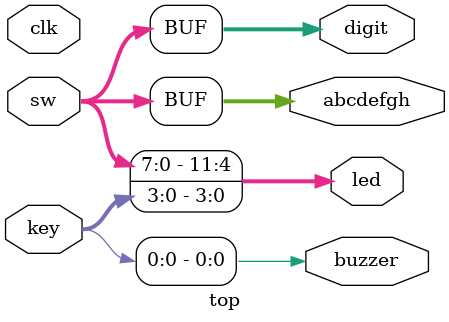
<source format=v>
module top
(
    input         clk,
    input  [ 3:0] key,
    input  [ 7:0] sw,
    output [11:0] led,
    output [ 7:0] abcdefgh,
    output [ 7:0] digit,
    output        buzzer
);
/*
    reg [31:0] cnt;
    
    always @ (posedge clk or negedge rst_n)
        if (! rst_n)
            cnt <= 0;
        else if (en)
            cnt <= cnt + 1;

    // assign led = cnt [29:22];
*/
    assign led      = { sw, key };
    assign abcdefgh = sw;
    assign digit    = sw;
    assign buzzer   = key [0];

endmodule

</source>
